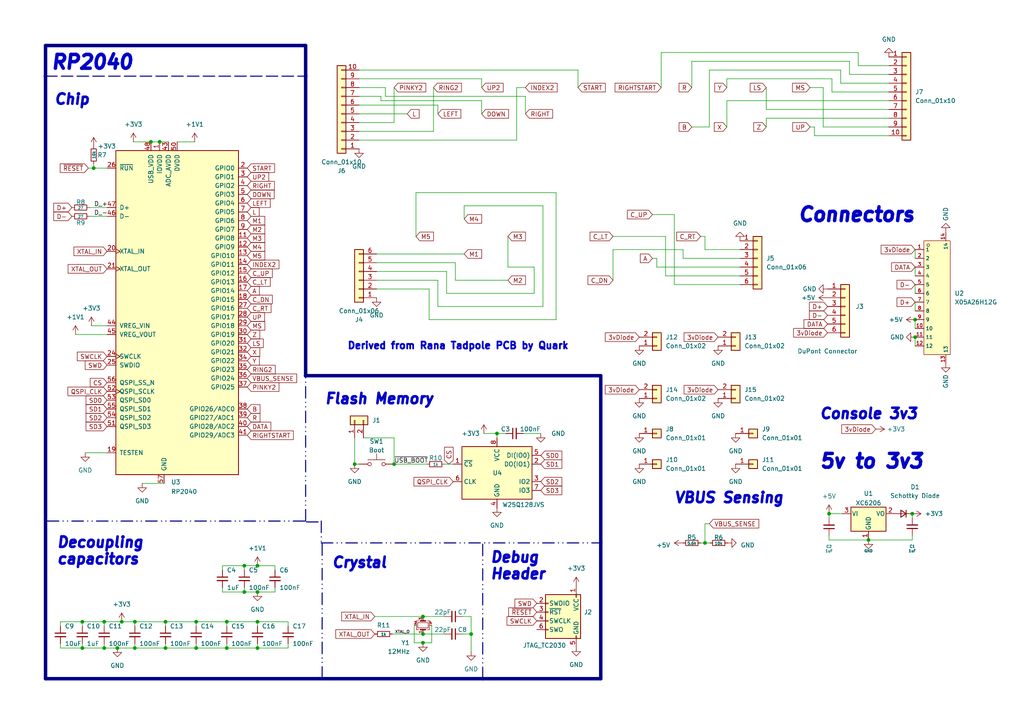
<source format=kicad_sch>
(kicad_sch (version 20230121) (generator eeschema)
  (paper "A4")
  (junction (at 136.652 183.896))
  (junction (at 13.208 22.098))
  (junction (at 122.682 183.896))
  (junction (at 65.786 187.96))
  (junction (at 27.178 48.768))
  (junction (at 70.866 171.704))
  (junction (at 65.786 180.34))
  (junction (at 144.145 125.73))
  (junction (at 122.682 186.436))
  (junction (at 30.226 187.96))
  (junction (at 240.4618 148.9964) (diameter 0.9144))
  (junction (at 43.7708 41.148))
  (junction (at 265.43 92.71))
  (junction (at 140.001 196.85))
  (junction (at 23.876 187.96))
  (junction (at 74.676 171.704))
  (junction (at 46.3108 41.148))
  (junction (at 39.116 187.96))
  (junction (at 264.5918 148.9964))
  (junction (at 23.876 180.34))
  (junction (at 35.306 180.34))
  (junction (at 56.896 187.96))
  (junction (at 265.43 97.79))
  (junction (at 88.646 108.966))
  (junction (at 30.226 180.34))
  (junction (at 74.676 180.34))
  (junction (at 70.866 164.084))
  (junction (at 102.87 134.62))
  (junction (at 174.244 157.4631))
  (junction (at 122.682 178.816))
  (junction (at 34.036 187.96))
  (junction (at 56.896 180.34))
  (junction (at 74.676 164.084))
  (junction (at 251.8918 156.6164) (diameter 0.9144))
  (junction (at 74.676 187.96))
  (junction (at 48.006 180.34))
  (junction (at 88.646 22.098))
  (junction (at 48.006 187.96))
  (junction (at 204.47 157.48))
  (junction (at 39.116 180.34))
  (junction (at 114.3 134.62))
  (wire (pts (xy 236.22 36.83) (xy 236.22 39.37)))
  (wire (pts (xy 34.036 187.96) (xy 39.116 187.96)))
  (wire (pts (xy 152.4 33.02) (xy 152.4 27.94)))
  (wire (pts (xy 251.8918 156.6164) (xy 240.4618 156.6164)))
  (wire (pts (xy 205.74 20.32) (xy 243.84 20.32)))
  (wire (pts (xy 74.676 164.084) (xy 79.756 164.084)))
  (wire (pts (xy 161.29 92.71) (xy 124.46 92.71)))
  (wire (pts (xy 205.74 36.83) (xy 205.74 20.32)))
  (wire (pts (xy 198.12 72.39) (xy 198.12 74.93)))
  (bus (pts (xy 140.001 196.85) (xy 140.001 157.48)) (stroke (width 0) (type dash_dot_dot)))
  (wire (pts (xy 83.566 187.96) (xy 83.566 186.69)))
  (wire (pts (xy 157.48 88.9) (xy 127 88.9)))
  (wire (pts (xy 74.676 187.96) (xy 74.676 186.69)))
  (wire (pts (xy 198.12 74.93) (xy 214.63 74.93)))
  (wire (pts (xy 46.3108 41.148) (xy 48.8508 41.148)))
  (wire (pts (xy 31.0708 97.028) (xy 21.9014 97.028)))
  (wire (pts (xy 64.516 171.704) (xy 70.866 171.704)))
  (bus (pts (xy 88.646 13.208) (xy 88.646 22.098)) (stroke (width 1)))
  (bus (pts (xy 13.208 22.098) (xy 88.646 22.098)) (stroke (width 0) (type dash)))
  (wire (pts (xy 154.94 77.47) (xy 154.94 85.09)))
  (wire (pts (xy 125.73 25.4) (xy 125.73 38.1)))
  (wire (pts (xy 70.866 164.084) (xy 64.516 164.084)))
  (wire (pts (xy 120.142 181.356) (xy 120.142 186.436)))
  (wire (pts (xy 64.516 170.434) (xy 64.516 171.704)))
  (wire (pts (xy 265.43 87.63) (xy 265.43 90.17)))
  (wire (pts (xy 39.116 187.96) (xy 48.006 187.96)))
  (bus (pts (xy 174.244 157.4631) (xy 174.244 157.48)))
  (wire (pts (xy 39.116 187.96) (xy 39.116 186.69)))
  (wire (pts (xy 65.786 187.96) (xy 74.676 187.96)))
  (wire (pts (xy 104.14 35.56) (xy 114.3 35.56)))
  (wire (pts (xy 222.25 31.75) (xy 257.81 31.75)))
  (wire (pts (xy 111.76 25.4) (xy 104.14 25.4)))
  (wire (pts (xy 210.82 22.86) (xy 241.3 22.86)))
  (wire (pts (xy 161.29 55.88) (xy 161.29 92.71)))
  (wire (pts (xy 154.94 85.09) (xy 129.54 85.09)))
  (wire (pts (xy 27.178 48.768) (xy 31.0708 48.768)))
  (bus (pts (xy 13.208 196.85) (xy 140.001 196.85)) (stroke (width 1)))
  (wire (pts (xy 17.526 180.34) (xy 23.876 180.34)))
  (wire (pts (xy 56.896 187.96) (xy 65.786 187.96)))
  (bus (pts (xy 93.1852 151.13) (xy 93.1852 157.4631)) (stroke (width 0) (type dash_dot_dot)))
  (wire (pts (xy 127 88.9) (xy 127 81.28)))
  (bus (pts (xy 174.244 157.4631) (xy 174.244 108.966)) (stroke (width 1)))
  (wire (pts (xy 149.86 40.64) (xy 149.86 25.4)))
  (wire (pts (xy 110.49 29.21) (xy 110.49 27.94)))
  (wire (pts (xy 74.676 187.96) (xy 83.566 187.96)))
  (wire (pts (xy 210.82 29.21) (xy 257.81 29.21)))
  (wire (pts (xy 265.43 97.79) (xy 265.43 100.33)))
  (wire (pts (xy 246.38 17.78) (xy 246.38 21.59)))
  (wire (pts (xy 189.23 62.23) (xy 195.58 62.23)))
  (bus (pts (xy 88.646 151.13) (xy 88.646 108.966)) (stroke (width 0) (type dash_dot_dot)))
  (wire (pts (xy 191.77 15.24) (xy 248.92 15.24)))
  (wire (pts (xy 125.222 181.356) (xy 125.222 186.436)))
  (wire (pts (xy 248.92 15.24) (xy 248.92 19.05)))
  (wire (pts (xy 189.23 74.93) (xy 190.5 74.93)))
  (wire (pts (xy 56.896 180.34) (xy 56.896 181.61)))
  (wire (pts (xy 152.4 27.94) (xy 111.76 27.94)))
  (wire (pts (xy 74.676 164.084) (xy 70.866 164.084)))
  (wire (pts (xy 35.306 180.34) (xy 39.116 180.34)))
  (wire (pts (xy 56.896 186.69) (xy 56.896 187.96)))
  (wire (pts (xy 204.47 68.58) (xy 204.47 72.39)))
  (wire (pts (xy 114.3 127) (xy 114.3 134.62)))
  (bus (pts (xy 93.4392 157.7171) (xy 93.4392 197.104)) (stroke (width 0) (type dash_dot_dot)))
  (bus (pts (xy 13.716 151.13) (xy 88.646 151.13)) (stroke (width 0) (type dash_dot_dot)))
  (wire (pts (xy 56.896 180.34) (xy 65.786 180.34)))
  (wire (pts (xy 74.676 180.34) (xy 83.566 180.34)))
  (wire (pts (xy 26.5242 94.488) (xy 31.0708 94.488)))
  (wire (pts (xy 43.7708 41.148) (xy 46.3108 41.148)))
  (wire (pts (xy 134.112 178.816) (xy 136.652 178.816)))
  (wire (pts (xy 127 81.28) (xy 109.22 81.28)))
  (wire (pts (xy 147.32 81.28) (xy 132.08 81.28)))
  (wire (pts (xy 243.84 20.32) (xy 243.84 24.13)))
  (wire (pts (xy 109.22 76.2) (xy 132.08 76.2)))
  (wire (pts (xy 190.5 74.93) (xy 190.5 77.47)))
  (wire (pts (xy 205.74 151.892) (xy 204.47 151.892)))
  (bus (pts (xy 88.9 151.384) (xy 93.4392 151.384)) (stroke (width 0) (type dash_dot_dot)))
  (wire (pts (xy 240.4618 148.9964) (xy 240.4618 150.2664)))
  (wire (pts (xy 70.866 164.084) (xy 70.866 165.354)))
  (wire (pts (xy 200.66 25.4) (xy 200.66 17.78)))
  (wire (pts (xy 204.47 157.48) (xy 205.9178 157.48)))
  (wire (pts (xy 65.786 180.34) (xy 74.676 180.34)))
  (wire (pts (xy 30.226 180.34) (xy 23.876 180.34)))
  (wire (pts (xy 132.08 81.28) (xy 132.08 76.2)))
  (wire (pts (xy 120.65 55.88) (xy 161.29 55.88)))
  (wire (pts (xy 74.676 171.704) (xy 79.756 171.704)))
  (wire (pts (xy 127 33.02) (xy 127 30.48)))
  (wire (pts (xy 136.652 183.896) (xy 134.112 183.896)))
  (wire (pts (xy 120.142 186.436) (xy 122.682 186.436)))
  (wire (pts (xy 241.3 26.67) (xy 257.81 26.67)))
  (wire (pts (xy 195.58 62.23) (xy 195.58 82.55)))
  (wire (pts (xy 102.87 134.62) (xy 104.14 134.62)))
  (wire (pts (xy 134.62 63.5) (xy 134.62 59.69)))
  (wire (pts (xy 139.7 29.21) (xy 110.49 29.21)))
  (wire (pts (xy 102.87 127) (xy 102.87 134.62)))
  (wire (pts (xy 139.7 22.86) (xy 104.14 22.86)))
  (bus (pts (xy 13.208 13.208) (xy 88.646 13.208)) (stroke (width 1)))
  (wire (pts (xy 30.226 187.96) (xy 34.036 187.96)))
  (wire (pts (xy 105.41 127) (xy 114.3 127)))
  (wire (pts (xy 70.866 170.434) (xy 70.866 171.704)))
  (wire (pts (xy 240.4618 155.3464) (xy 240.4618 156.6164)))
  (wire (pts (xy 265.43 77.47) (xy 265.43 80.01)))
  (wire (pts (xy 51.3908 41.148) (xy 56.4708 41.148)))
  (wire (pts (xy 48.006 180.34) (xy 48.006 181.61)))
  (wire (pts (xy 104.14 30.48) (xy 127 30.48)))
  (wire (pts (xy 238.76 36.83) (xy 257.81 36.83)))
  (wire (pts (xy 17.526 181.61) (xy 17.526 180.34)))
  (bus (pts (xy 13.208 22.098) (xy 13.208 196.85)) (stroke (width 1)))
  (wire (pts (xy 128.905 134.62) (xy 131.445 134.62)))
  (wire (pts (xy 191.77 25.4) (xy 191.77 15.24)))
  (wire (pts (xy 124.46 92.71) (xy 124.46 83.82)))
  (wire (pts (xy 140.335 125.73) (xy 144.145 125.73)))
  (wire (pts (xy 265.43 72.39) (xy 265.43 74.93)))
  (wire (pts (xy 222.25 36.83) (xy 222.25 34.29)))
  (wire (pts (xy 108.712 178.816) (xy 122.682 178.816)))
  (bus (pts (xy 93.1852 157.4631) (xy 174.244 157.4631)) (stroke (width 0) (type dash_dot_dot)))
  (wire (pts (xy 236.22 39.37) (xy 257.81 39.37)))
  (wire (pts (xy 114.3 25.4) (xy 114.3 35.56)))
  (wire (pts (xy 25.94 62.738) (xy 31.0708 62.738)))
  (wire (pts (xy 30.226 180.34) (xy 35.306 180.34)))
  (wire (pts (xy 65.786 186.69) (xy 65.786 187.96)))
  (wire (pts (xy 129.54 78.74) (xy 109.22 78.74)))
  (wire (pts (xy 125.222 186.436) (xy 122.682 186.436)))
  (wire (pts (xy 200.66 36.83) (xy 205.74 36.83)))
  (wire (pts (xy 48.006 187.96) (xy 48.006 186.69)))
  (wire (pts (xy 48.006 187.96) (xy 56.896 187.96)))
  (wire (pts (xy 248.92 19.05) (xy 257.81 19.05)))
  (wire (pts (xy 109.22 73.66) (xy 134.62 73.66)))
  (wire (pts (xy 234.95 36.83) (xy 236.22 36.83)))
  (wire (pts (xy 177.8 72.39) (xy 198.12 72.39)))
  (wire (pts (xy 129.54 85.09) (xy 129.54 78.74)))
  (wire (pts (xy 167.64 25.4) (xy 167.64 20.32)))
  (wire (pts (xy 136.652 183.896) (xy 136.652 188.976)))
  (wire (pts (xy 27.178 47.498) (xy 27.178 48.768)))
  (wire (pts (xy 38.6908 41.148) (xy 43.7708 41.148)))
  (wire (pts (xy 190.5 77.47) (xy 214.63 77.47)))
  (wire (pts (xy 129.032 183.896) (xy 122.682 183.896)))
  (wire (pts (xy 210.82 36.83) (xy 210.82 29.21)))
  (wire (pts (xy 39.116 180.34) (xy 48.006 180.34)))
  (wire (pts (xy 241.3 22.86) (xy 241.3 26.67)))
  (wire (pts (xy 17.526 187.96) (xy 23.876 187.96)))
  (bus (pts (xy 174.244 196.85) (xy 174.244 157.4631)) (stroke (width 1)))
  (wire (pts (xy 144.145 125.73) (xy 146.685 125.73)))
  (wire (pts (xy 79.756 171.704) (xy 79.756 170.434)))
  (wire (pts (xy 23.876 187.96) (xy 30.226 187.96)))
  (wire (pts (xy 151.765 125.73) (xy 156.845 125.73)))
  (wire (pts (xy 203.2 68.58) (xy 204.47 68.58)))
  (wire (pts (xy 139.7 33.02) (xy 139.7 29.21)))
  (wire (pts (xy 177.8 81.28) (xy 177.8 72.39)))
  (bus (pts (xy 88.646 108.966) (xy 174.244 108.966)) (stroke (width 1)))
  (wire (pts (xy 41.2308 140.208) (xy 47.5808 140.208)))
  (bus (pts (xy 140.001 196.85) (xy 174.244 196.85)) (stroke (width 1)))
  (wire (pts (xy 23.876 180.34) (xy 23.876 181.61)))
  (wire (pts (xy 147.32 77.47) (xy 154.94 77.47)))
  (wire (pts (xy 193.04 68.58) (xy 193.04 80.01)))
  (wire (pts (xy 210.82 25.4) (xy 210.82 22.86)))
  (wire (pts (xy 24.7208 131.318) (xy 31.0708 131.318)))
  (wire (pts (xy 39.116 180.34) (xy 39.116 181.61)))
  (wire (pts (xy 251.8918 156.6164) (xy 264.5918 156.6164)))
  (wire (pts (xy 110.49 27.94) (xy 104.14 27.94)))
  (wire (pts (xy 204.47 151.892) (xy 204.47 157.48)))
  (wire (pts (xy 222.25 34.29) (xy 257.81 34.29)))
  (wire (pts (xy 246.38 21.59) (xy 257.81 21.59)))
  (wire (pts (xy 240.4618 148.9964) (xy 244.2718 148.9964)))
  (wire (pts (xy 65.786 180.34) (xy 65.786 181.61)))
  (wire (pts (xy 79.756 164.084) (xy 79.756 165.354)))
  (wire (pts (xy 64.516 164.084) (xy 64.516 165.354)))
  (bus (pts (xy 13.208 13.208) (xy 13.208 22.098)) (stroke (width 1)))
  (wire (pts (xy 157.48 59.69) (xy 157.48 88.9)))
  (bus (pts (xy 88.646 22.098) (xy 88.646 108.966)) (stroke (width 1)))
  (wire (pts (xy 234.95 25.4) (xy 238.76 25.4)))
  (wire (pts (xy 120.65 68.58) (xy 120.65 55.88)))
  (wire (pts (xy 30.226 186.69) (xy 30.226 187.96)))
  (wire (pts (xy 144.145 125.73) (xy 144.145 127)))
  (wire (pts (xy 83.566 180.34) (xy 83.566 181.61)))
  (wire (pts (xy 104.14 33.02) (xy 118.11 33.02)))
  (wire (pts (xy 70.866 171.704) (xy 74.676 171.704)))
  (wire (pts (xy 243.84 24.13) (xy 257.81 24.13)))
  (wire (pts (xy 177.8 68.58) (xy 193.04 68.58)))
  (wire (pts (xy 134.62 59.69) (xy 157.48 59.69)))
  (wire (pts (xy 222.25 25.4) (xy 222.25 31.75)))
  (wire (pts (xy 265.43 92.71) (xy 265.43 95.25)))
  (wire (pts (xy 195.58 82.55) (xy 214.63 82.55)))
  (wire (pts (xy 193.04 80.01) (xy 214.63 80.01)))
  (wire (pts (xy 122.682 183.896) (xy 113.792 183.896)))
  (wire (pts (xy 111.76 27.94) (xy 111.76 25.4)))
  (wire (pts (xy 139.7 25.4) (xy 139.7 22.86)))
  (wire (pts (xy 104.14 40.64) (xy 149.86 40.64)))
  (wire (pts (xy 17.526 186.69) (xy 17.526 187.96)))
  (wire (pts (xy 74.676 180.34) (xy 74.676 181.61)))
  (wire (pts (xy 23.876 186.69) (xy 23.876 187.96)))
  (wire (pts (xy 200.66 17.78) (xy 246.38 17.78)))
  (wire (pts (xy 152.4 25.4) (xy 149.86 25.4)))
  (wire (pts (xy 167.64 20.32) (xy 104.14 20.32)))
  (wire (pts (xy 238.76 25.4) (xy 238.76 36.83)))
  (wire (pts (xy 265.43 82.55) (xy 265.43 85.09)))
  (wire (pts (xy 125.73 38.1) (xy 104.14 38.1)))
  (wire (pts (xy 147.32 68.58) (xy 147.32 77.47)))
  (wire (pts (xy 114.3 134.62) (xy 123.825 134.62)))
  (wire (pts (xy 48.006 180.34) (xy 56.896 180.34)))
  (wire (pts (xy 129.032 178.816) (xy 122.682 178.816)))
  (wire (pts (xy 25.6351 48.768) (xy 27.178 48.768)))
  (wire (pts (xy 264.5918 150.241) (xy 264.5918 148.9964)))
  (wire (pts (xy 124.46 83.82) (xy 109.22 83.82)))
  (wire (pts (xy 136.652 178.816) (xy 136.652 183.896)))
  (wire (pts (xy 264.5918 155.321) (xy 264.5918 156.6164)))
  (wire (pts (xy 203.2 157.48) (xy 204.47 157.48)))
  (wire (pts (xy 25.94 60.198) (xy 31.0708 60.198)))
  (wire (pts (xy 30.226 180.34) (xy 30.226 181.61)))
  (wire (pts (xy 204.47 72.39) (xy 214.63 72.39)))
  (text "Derived from Rana Tadpole PCB by Quark" (at 165.1 101.6 0) (effects (font (size 2 2) (thickness 0.8) bold) (justify right bottom)))
  (text "Console 3v3" (at 237.49 121.92 0) (effects (font (size 3 3) (thickness 2) bold italic) (justify left bottom)))
  (text "5v to 3v3" (at 237.4138 136.2964 0) (effects (font (size 4 4) (thickness 2) bold italic) (justify left bottom)))
  (text "Decoupling\ncapacitors" (at 16.256 164.084 0) (effects (font (size 3 3) (thickness 2) bold italic) (justify left bottom)))
  (text "Flash Memory" (at 93.98 117.602 0) (effects (font (size 3 3) (thickness 2) bold italic) (justify left bottom)))
  (text "Crystal" (at 96.012 165.1 0) (effects (font (size 3 3) (thickness 2) bold italic) (justify left bottom)))
  (text "Chip" (at 15.494 30.734 0) (effects (font (size 3 3) (thickness 2) bold italic) (justify left bottom)))
  (text "Connectors" (at 231.14 64.77 0) (effects (font (size 4 4) (thickness 2) bold italic) (justify left bottom)))
  (text "Debug\nHeader" (at 141.986 168.402 0) (effects (font (size 3 3) (thickness 2) bold italic) (justify left bottom)))
  (text "VBUS Sensing" (at 195.326 146.304 0) (effects (font (size 3 3) (thickness 2) bold italic) (justify left bottom)))
  (text "RP2040" (at 14.478 20.574 0) (effects (font (size 4 4) (thickness 2) bold italic) (justify left bottom)))
  (label "D_+" (at 27.2608 60.198 0))
  (label "~{USB_BOOT}" (at 114.3 134.62 0))
  (label "D_-" (at 27.2608 62.738 0))
  (label "XTAL_O" (at 118.872 183.896 180) (effects (font (size 0.8 0.8))))
  (global_label "SWD" (shape input) (at 31.0708 105.918 180) (property "Intersheetrefs" "${INTERSHEET_REFS}" (effects hide)))
  (global_label "DATA" (shape input) (at 265.43 77.47 180) (property "Intersheetrefs" "${INTERSHEET_REFS}" (effects hide)))
  (global_label "R" (shape input) (at 71.7108 121.158 0) (property "Intersheetrefs" "${INTERSHEET_REFS}" (effects hide)))
  (global_label "M4" (shape input) (at 134.62 63.5 0) (property "Intersheetrefs" "${INTERSHEET_REFS}" (effects hide)))
  (global_label "C_RT" (shape input) (at 71.7108 89.408 0) (property "Intersheetrefs" "${INTERSHEET_REFS}" (effects hide)))
  (global_label "QSPI_CLK" (shape input) (at 131.445 139.7 180) (property "Intersheetrefs" "${INTERSHEET_REFS}" (effects hide)))
  (global_label "C_LT" (shape input) (at 177.8 68.58 180) (property "Intersheetrefs" "${INTERSHEET_REFS}" (effects hide)))
  (global_label "MS" (shape input) (at 234.95 25.4 180) (property "Intersheetrefs" "${INTERSHEET_REFS}" (effects hide)))
  (global_label "A" (shape input) (at 71.7108 84.328 0) (property "Intersheetrefs" "${INTERSHEET_REFS}" (effects hide)))
  (global_label "CS" (shape input) (at 130.175 134.62 90) (property "Intersheetrefs" "${INTERSHEET_REFS}" (effects hide)))
  (global_label "Y" (shape input) (at 210.82 25.4 180) (property "Intersheetrefs" "${INTERSHEET_REFS}" (effects hide)))
  (global_label "M4" (shape input) (at 71.7108 71.628 0) (property "Intersheetrefs" "${INTERSHEET_REFS}" (effects hide)))
  (global_label "M2" (shape input) (at 71.7108 66.548 0) (property "Intersheetrefs" "${INTERSHEET_REFS}" (effects hide)))
  (global_label "DOWN" (shape input) (at 71.7108 56.388 0) (property "Intersheetrefs" "${INTERSHEET_REFS}" (effects hide)))
  (global_label "3vDiode" (shape input) (at 265.43 72.39 180) (property "Intersheetrefs" "${INTERSHEET_REFS}" (effects hide)))
  (global_label "3vDiode" (shape input) (at 185.42 97.79 180) (property "Intersheetrefs" "${INTERSHEET_REFS}" (effects hide)))
  (global_label "X" (shape input) (at 210.82 36.83 180) (property "Intersheetrefs" "${INTERSHEET_REFS}" (effects hide)))
  (global_label "Y" (shape input) (at 71.7108 104.648 0) (property "Intersheetrefs" "${INTERSHEET_REFS}" (effects hide)))
  (global_label "B" (shape input) (at 71.7108 118.618 0) (property "Intersheetrefs" "${INTERSHEET_REFS}" (effects hide)))
  (global_label "DOWN" (shape input) (at 139.7 33.02 0) (property "Intersheetrefs" "${INTERSHEET_REFS}" (effects hide)))
  (global_label "M3" (shape input) (at 71.7108 69.088 0) (property "Intersheetrefs" "${INTERSHEET_REFS}" (effects hide)))
  (global_label "M3" (shape input) (at 147.32 68.58 0) (property "Intersheetrefs" "${INTERSHEET_REFS}" (effects hide)))
  (global_label "SD3" (shape input) (at 156.845 142.24 0) (property "Intersheetrefs" "${INTERSHEET_REFS}" (effects hide)))
  (global_label "PINKY2" (shape input) (at 114.3 25.4 0) (property "Intersheetrefs" "${INTERSHEET_REFS}" (effects hide)))
  (global_label "MS" (shape input) (at 71.7108 94.488 0) (property "Intersheetrefs" "${INTERSHEET_REFS}" (effects hide)))
  (global_label "XTAL_IN" (shape input) (at 31.0708 72.898 180) (property "Intersheetrefs" "${INTERSHEET_REFS}" (effects hide)))
  (global_label "LS" (shape input) (at 222.25 25.4 180) (property "Intersheetrefs" "${INTERSHEET_REFS}" (effects hide)))
  (global_label "R" (shape input) (at 200.66 25.4 180) (property "Intersheetrefs" "${INTERSHEET_REFS}" (effects hide)))
  (global_label "QSPI_CLK" (shape input) (at 31.0708 113.538 180) (property "Intersheetrefs" "${INTERSHEET_REFS}" (effects hide)))
  (global_label "C_DN" (shape input) (at 177.8 81.28 180) (property "Intersheetrefs" "${INTERSHEET_REFS}" (effects hide)))
  (global_label "C_LT" (shape input) (at 71.7108 81.788 0) (property "Intersheetrefs" "${INTERSHEET_REFS}" (effects hide)))
  (global_label "DATA" (shape input) (at 240.03 93.98 180) (property "Intersheetrefs" "${INTERSHEET_REFS}" (effects hide)))
  (global_label "3vDiode" (shape input) (at 240.03 96.52 180) (property "Intersheetrefs" "${INTERSHEET_REFS}" (effects hide)))
  (global_label "M2" (shape input) (at 147.32 81.28 0) (property "Intersheetrefs" "${INTERSHEET_REFS}" (effects hide)))
  (global_label "DATA" (shape input) (at 71.7108 123.698 0) (property "Intersheetrefs" "${INTERSHEET_REFS}" (effects hide)))
  (global_label "C_RT" (shape input) (at 203.2 68.58 180) (property "Intersheetrefs" "${INTERSHEET_REFS}" (effects hide)))
  (global_label "START" (shape input) (at 167.64 25.4 0) (property "Intersheetrefs" "${INTERSHEET_REFS}" (effects hide)))
  (global_label "3vDiode" (shape input) (at 208.28 97.79 180) (property "Intersheetrefs" "${INTERSHEET_REFS}" (effects hide)))
  (global_label "D-" (shape input) (at 20.86 62.738 180) (property "Intersheetrefs" "${INTERSHEET_REFS}" (effects hide)))
  (global_label "RIGHT" (shape input) (at 71.7108 53.848 0) (property "Intersheetrefs" "${INTERSHEET_REFS}" (effects hide)))
  (global_label "D+" (shape input) (at 240.03 88.9 180) (property "Intersheetrefs" "${INTERSHEET_REFS}" (effects hide)))
  (global_label "VBUS_SENSE" (shape input) (at 71.7108 109.728 0) (property "Intersheetrefs" "${INTERSHEET_REFS}" (effects hide)))
  (global_label "CS" (shape input) (at 31.0708 110.998 180) (property "Intersheetrefs" "${INTERSHEET_REFS}" (effects hide)))
  (global_label "VBUS_SENSE" (shape input) (at 205.74 151.892 0) (property "Intersheetrefs" "${INTERSHEET_REFS}" (effects hide)))
  (global_label "RIGHTSTART" (shape input) (at 71.7108 126.238 0) (property "Intersheetrefs" "${INTERSHEET_REFS}" (effects hide)))
  (global_label "SD3" (shape input) (at 31.0708 123.698 180) (property "Intersheetrefs" "${INTERSHEET_REFS}" (effects hide)))
  (global_label "XTAL_OUT" (shape input) (at 108.712 183.896 180) (property "Intersheetrefs" "${INTERSHEET_REFS}" (effects hide)))
  (global_label "SD0" (shape input) (at 156.845 132.08 0) (property "Intersheetrefs" "${INTERSHEET_REFS}" (effects hide)))
  (global_label "START" (shape input) (at 71.7108 48.768 0) (property "Intersheetrefs" "${INTERSHEET_REFS}" (effects hide)))
  (global_label "SWCLK" (shape input) (at 31.0708 103.378 180) (property "Intersheetrefs" "${INTERSHEET_REFS}" (effects hide)))
  (global_label "RIGHTSTART" (shape input) (at 191.77 25.4 180) (property "Intersheetrefs" "${INTERSHEET_REFS}" (effects hide)))
  (global_label "RING2" (shape input) (at 71.7108 107.188 0) (property "Intersheetrefs" "${INTERSHEET_REFS}" (effects hide)))
  (global_label "SD1" (shape input) (at 31.0708 118.618 180) (property "Intersheetrefs" "${INTERSHEET_REFS}" (effects hide)))
  (global_label "UP" (shape input) (at 234.95 36.83 180) (property "Intersheetrefs" "${INTERSHEET_REFS}" (effects hide)))
  (global_label "UP2" (shape input) (at 71.7108 51.308 0) (property "Intersheetrefs" "${INTERSHEET_REFS}" (effects hide)))
  (global_label "SD2" (shape input) (at 156.845 139.7 0) (property "Intersheetrefs" "${INTERSHEET_REFS}" (effects hide)))
  (global_label "LS" (shape input) (at 71.7108 99.568 0) (property "Intersheetrefs" "${INTERSHEET_REFS}" (effects hide)))
  (global_label "SWD" (shape input) (at 155.702 175.006 180) (property "Intersheetrefs" "${INTERSHEET_REFS}" (effects hide)))
  (global_label "C_UP" (shape input) (at 189.23 62.23 180) (property "Intersheetrefs" "${INTERSHEET_REFS}" (effects hide)))
  (global_label "INDEX2" (shape input) (at 71.7108 76.708 0) (property "Intersheetrefs" "${INTERSHEET_REFS}" (effects hide)))
  (global_label "XTAL_OUT" (shape input) (at 31.0708 77.978 180) (property "Intersheetrefs" "${INTERSHEET_REFS}" (effects hide)))
  (global_label "L" (shape input) (at 71.7108 61.468 0) (property "Intersheetrefs" "${INTERSHEET_REFS}" (effects hide)))
  (global_label "LEFT" (shape input) (at 127 33.02 0) (property "Intersheetrefs" "${INTERSHEET_REFS}" (effects hide)))
  (global_label "SD1" (shape input) (at 156.845 134.62 0) (property "Intersheetrefs" "${INTERSHEET_REFS}" (effects hide)))
  (global_label "C_DN" (shape input) (at 71.7108 86.868 0) (property "Intersheetrefs" "${INTERSHEET_REFS}" (effects hide)))
  (global_label "SD2" (shape input) (at 31.0708 121.158 180) (property "Intersheetrefs" "${INTERSHEET_REFS}" (effects hide)))
  (global_label "D+" (shape input) (at 20.86 60.198 180) (property "Intersheetrefs" "${INTERSHEET_REFS}" (effects hide)))
  (global_label "M1" (shape input) (at 134.62 73.66 0) (property "Intersheetrefs" "${INTERSHEET_REFS}" (effects hide)))
  (global_label "C_UP" (shape input) (at 71.7108 79.248 0) (property "Intersheetrefs" "${INTERSHEET_REFS}" (effects hide)))
  (global_label "M5" (shape input) (at 71.7108 74.168 0) (property "Intersheetrefs" "${INTERSHEET_REFS}" (effects hide)))
  (global_label "3vDiode" (shape input) (at 185.42 113.03 180) (property "Intersheetrefs" "${INTERSHEET_REFS}" (effects hide)))
  (global_label "UP2" (shape input) (at 139.7 25.4 0) (property "Intersheetrefs" "${INTERSHEET_REFS}" (effects hide)))
  (global_label "XTAL_IN" (shape input) (at 108.712 178.816 180) (property "Intersheetrefs" "${INTERSHEET_REFS}" (effects hide)))
  (global_label "~{RESET}" (shape input) (at 155.702 177.546 180) (property "Intersheetrefs" "${INTERSHEET_REFS}" (effects hide)))
  (global_label "A" (shape input) (at 189.23 74.93 180) (property "Intersheetrefs" "${INTERSHEET_REFS}" (effects hide)))
  (global_label "L" (shape input) (at 118.11 33.02 0) (property "Intersheetrefs" "${INTERSHEET_REFS}" (effects hide)))
  (global_label "Z" (shape input) (at 71.7108 97.028 0) (property "Intersheetrefs" "${INTERSHEET_REFS}" (effects hide)))
  (global_label "PINKY2" (shape input) (at 71.7108 112.268 0) (property "Intersheetrefs" "${INTERSHEET_REFS}" (effects hide)))
  (global_label "RING2" (shape input) (at 125.73 25.4 0) (property "Intersheetrefs" "${INTERSHEET_REFS}" (effects hide)))
  (global_label "Z" (shape input) (at 222.25 36.83 180) (property "Intersheetrefs" "${INTERSHEET_REFS}" (effects hide)))
  (global_label "3vDiode" (shape input) (at 254 124.46 180) (property "Intersheetrefs" "${INTERSHEET_REFS}" (effects hide)))
  (global_label "B" (shape input) (at 200.66 36.83 180) (property "Intersheetrefs" "${INTERSHEET_REFS}" (effects hide)))
  (global_label "LEFT" (shape input) (at 71.7108 58.928 0) (property "Intersheetrefs" "${INTERSHEET_REFS}" (effects hide)))
  (global_label "D-" (shape input) (at 265.43 82.55 180) (property "Intersheetrefs" "${INTERSHEET_REFS}" (effects hide)))
  (global_label "M1" (shape input) (at 71.7108 64.008 0) (property "Intersheetrefs" "${INTERSHEET_REFS}" (effects hide)))
  (global_label "D-" (shape input) (at 240.03 91.44 180) (property "Intersheetrefs" "${INTERSHEET_REFS}" (effects hide)))
  (global_label "D+" (shape input) (at 265.43 87.63 180) (property "Intersheetrefs" "${INTERSHEET_REFS}" (effects hide)))
  (global_label "UP" (shape input) (at 71.7108 91.948 0) (property "Intersheetrefs" "${INTERSHEET_REFS}" (effects hide)))
  (global_label "SWCLK" (shape input) (at 155.702 180.086 180) (property "Intersheetrefs" "${INTERSHEET_REFS}" (effects hide)))
  (global_label "3vDiode" (shape input) (at 208.28 113.03 180) (property "Intersheetrefs" "${INTERSHEET_REFS}" (effects hide)))
  (global_label "SD0" (shape input) (at 31.0708 116.078 180) (property "Intersheetrefs" "${INTERSHEET_REFS}" (effects hide)))
  (global_label "~{RESET}" (shape input) (at 25.6351 48.768 180) (property "Intersheetrefs" "${INTERSHEET_REFS}" (effects hide)))
  (global_label "INDEX2" (shape input) (at 152.4 25.4 0) (property "Intersheetrefs" "${INTERSHEET_REFS}" (effects hide)))
  (global_label "RIGHT" (shape input) (at 152.4 33.02 0) (property "Intersheetrefs" "${INTERSHEET_REFS}" (effects hide)))
  (global_label "M5" (shape input) (at 120.65 68.58 0) (property "Intersheetrefs" "${INTERSHEET_REFS}" (effects hide)))
  (global_label "X" (shape input) (at 71.7108 102.108 0) (property "Intersheetrefs" "${INTERSHEET_REFS}" (effects hide)))
  (symbol (lib_id "Device:C_Small") (at 56.896 184.15 0) (unit 1)
    (property "Reference" "C14" (at 58.166 181.6099 0) (effects (justify left)))
    (property "Value" "100nF" (at 58.166 186.6899 0) (effects (justify left)))
    (property "Footprint" "Capacitor_SMD:C_0402_1005Metric" (effects hide))
    (property "LCSC" "C1525" (effects hide))
  )
  (symbol (lib_id "Device:C_Small") (at 65.786 184.15 0) (unit 1)
    (property "Reference" "C15" (at 67.056 181.6099 0) (effects (justify left)))
    (property "Value" "100nF" (at 67.056 186.6899 0) (effects (justify left)))
    (property "Footprint" "Capacitor_SMD:C_0402_1005Metric" (effects hide))
    (property "LCSC" "C1525" (effects hide))
  )
  (symbol (lib_id "Device:C_Small") (at 70.866 167.894 0) (unit 1)
    (property "Reference" "C5" (at 72.136 165.3539 0) (effects (justify left)))
    (property "Value" "100nF" (at 72.136 170.4339 0) (effects (justify left)))
    (property "Footprint" "Capacitor_SMD:C_0402_1005Metric" (effects hide))
    (property "LCSC" "C1525" (effects hide))
  )
  (symbol (lib_name "GND_1") (lib_id "power:GND") (at 274.32 67.31 180) (unit 1)
    (property "Reference" "#PWR053" (effects hide))
    (property "Value" "GND" (at 274.32 64.135 90) (effects (justify right)))
  )
  (symbol (lib_id "Device:C_Small") (at 83.566 184.15 0) (unit 1)
    (property "Reference" "C17" (at 84.836 181.6099 0) (effects (justify left)))
    (property "Value" "100nF" (at 84.836 186.6899 0) (effects (justify left)))
    (property "Footprint" "Capacitor_SMD:C_0402_1005Metric" (effects hide))
    (property "LCSC" "C1525" (effects hide))
  )
  (symbol (lib_id "Device:C_Small") (at 131.572 178.816 270) (mirror x) (unit 1)
    (property "Reference" "C7" (at 134.112 177.546 90))
    (property "Value" "22pF" (at 128.397 177.546 90))
    (property "Footprint" "Capacitor_SMD:C_0402_1005Metric" (effects hide))
    (property "LCSC" "C1555" (effects hide))
  )
  (symbol (lib_id "Connector_Generic:Conn_01x02") (at 102.87 121.92 90) (unit 1) (in_bom no)
    (property "Reference" "J1" (at 107.95 121.92 90) (effects (justify right)))
    (property "Value" "Conn_01x02" (effects hide))
    (property "Footprint" "Connector_PinHeader_2.54mm:PinHeader_1x02_P2.54mm_Vertical" (effects hide))
  )
  (symbol (lib_id "power:+3V3") (at 38.6908 41.148 0) (unit 1)
    (property "Reference" "#PWR02" (effects hide))
    (property "Value" "+3V3" (at 38.6908 36.068 0))
  )
  (symbol (lib_id "Device:C_Small") (at 131.572 183.896 270) (mirror x) (unit 1)
    (property "Reference" "C8" (at 134.112 182.626 90))
    (property "Value" "22pF" (at 128.397 182.626 90))
    (property "Footprint" "Capacitor_SMD:C_0402_1005Metric" (effects hide))
    (property "LCSC" "C1555" (effects hide))
  )
  (symbol (lib_name "GND_10") (lib_id "power:GND") (at 208.28 115.57 0) (unit 1)
    (property "Reference" "#PWR041" (effects hide))
    (property "Value" "GND" (at 208.28 120.65 0))
  )
  (symbol (lib_name "GND_5") (lib_id "power:GND") (at 257.81 16.51 180) (unit 1)
    (property "Reference" "#PWR07" (effects hide))
    (property "Value" "GND" (at 257.81 11.43 0))
  )
  (symbol (lib_id "Connector_Generic:Conn_01x02") (at 190.5 115.57 0) (mirror x) (unit 1) (in_bom no)
    (property "Reference" "J14" (at 193.04 113.03 0) (effects (justify left)))
    (property "Value" "Conn_01x02" (at 193.04 115.57 0) (effects (justify left)))
    (property "Footprint" "Connector_PinHeader_2.00mm:PinHeader_1x02_P2.00mm_Vertical" (effects hide))
  )
  (symbol (lib_name "GND_4") (lib_id "power:GND") (at 214.63 69.85 0) (mirror x) (unit 1)
    (property "Reference" "#PWR06" (effects hide))
    (property "Value" "GND" (at 214.63 64.77 0))
  )
  (symbol (lib_name "GND_10") (lib_id "power:GND") (at 185.42 100.33 0) (unit 1)
    (property "Reference" "#PWR034" (effects hide))
    (property "Value" "GND" (at 185.42 105.41 0))
  )
  (symbol (lib_name "GND_1") (lib_id "power:GND") (at 265.43 97.79 270) (unit 1)
    (property "Reference" "#PWR052" (effects hide))
    (property "Value" "GND" (at 262.255 97.79 90) (effects (justify right)))
  )
  (symbol (lib_name "GND_1") (lib_id "power:GND") (at 240.03 83.82 270) (unit 1)
    (property "Reference" "#PWR049" (effects hide))
    (property "Value" "GND" (at 236.855 83.82 90) (effects (justify right)))
  )
  (symbol (lib_id "Sleep-lib:RP2040") (at 51.3908 91.948 0) (unit 1)
    (property "Reference" "U3" (at 49.6002 139.8175 0) (effects (justify left)))
    (property "Value" "RP2040" (at 49.6002 142.5926 0) (effects (justify left)))
    (property "Footprint" "qw-footprints:RP2040-QFN-56" (effects hide))
    (property "Datasheet" "https://datasheets.raspberrypi.com/rp2040/rp2040-datasheet.pdf" (effects hide))
    (property "LCSC" "C2040" (effects hide))
  )
  (symbol (lib_id "power:GND") (at 156.845 125.73 0) (unit 1)
    (property "Reference" "#PWR016" (effects hide))
    (property "Value" "GND" (at 161.925 125.73 0))
  )
  (symbol (lib_id "power:+5V") (at 240.03 86.36 90) (unit 1)
    (property "Reference" "#PWR050" (effects hide))
    (property "Value" "+5V" (at 236.474 86.36 90) (effects (justify left)))
  )
  (symbol (lib_id "power:GND") (at 251.8918 156.6164 0) (unit 1)
    (property "Reference" "#PWR011" (effects hide))
    (property "Value" "GND" (at 251.8918 159.7914 0) (effects (font (size 0.762 0.762))))
  )
  (symbol (lib_name "GND_10") (lib_id "power:GND") (at 185.42 115.57 0) (unit 1)
    (property "Reference" "#PWR039" (effects hide))
    (property "Value" "GND" (at 185.42 120.65 0))
  )
  (symbol (lib_id "Device:R_Small") (at 23.4 60.198 90) (unit 1)
    (property "Reference" "R8" (at 23.4 58.6486 90))
    (property "Value" "27" (at 23.4 60.2996 90) (effects (font (size 0.8 0.8))))
    (property "Footprint" "Resistor_SMD:R_0603_1608Metric" (effects hide))
    (property "LCSC" "C25190" (effects hide))
  )
  (symbol (lib_id "power:GND") (at 122.682 186.436 0) (mirror y) (unit 1)
    (property "Reference" "#PWR028" (effects hide))
    (property "Value" "GND" (at 122.682 191.516 0))
  )
  (symbol (lib_id "power:GND") (at 210.9978 157.48 90) (unit 1)
    (property "Reference" "#PWR023" (effects hide))
    (property "Value" "GND" (at 214.8078 158.115 90) (effects (justify right)))
  )
  (symbol (lib_id "Device:C_Small") (at 23.876 184.15 0) (unit 1)
    (property "Reference" "C10" (at 25.146 181.6099 0) (effects (justify left)))
    (property "Value" "1uF" (at 25.146 186.6899 0) (effects (justify left)))
    (property "Footprint" "Capacitor_SMD:C_0402_1005Metric" (effects hide))
    (property "LCSC" "C52923" (effects hide))
  )
  (symbol (lib_id "Device:C_Small") (at 48.006 184.15 0) (unit 1)
    (property "Reference" "C13" (at 49.276 181.6099 0) (effects (justify left)))
    (property "Value" "100nF" (at 49.276 186.6899 0) (effects (justify left)))
    (property "Footprint" "Capacitor_SMD:C_0402_1005Metric" (effects hide))
    (property "LCSC" "C1525" (effects hide))
  )
  (symbol (lib_id "Connector_Generic:Conn_01x01") (at 190.5 134.62 0) (unit 1) (in_bom no)
    (property "Reference" "J10" (at 193.04 133.35 0) (effects (justify left)))
    (property "Value" "Conn_01x01" (at 193.04 135.89 0) (effects (justify left)))
    (property "Footprint" "MountingHole:MountingHole_3.2mm_M3_ISO14580_Pad_TopBottom" (effects hide))
  )
  (symbol (lib_id "power:+1V1") (at 21.9014 97.028 0) (unit 1)
    (property "Reference" "#PWR012" (effects hide))
    (property "Value" "+1V1" (at 21.9014 91.948 0))
  )
  (symbol (lib_name "GND_8") (lib_id "power:GND") (at 213.36 134.62 0) (unit 1)
    (property "Reference" "#PWR032" (effects hide))
    (property "Value" "GND" (at 213.36 139.7 0))
  )
  (symbol (lib_id "Connector_Generic:Conn_01x02") (at 190.5 100.33 0) (mirror x) (unit 1) (in_bom no)
    (property "Reference" "J12" (at 193.04 97.79 0) (effects (justify left)))
    (property "Value" "Conn_01x02" (at 193.04 100.33 0) (effects (justify left)))
    (property "Footprint" "Connector_PinHeader_2.00mm:PinHeader_1x02_P2.00mm_Vertical" (effects hide))
  )
  (symbol (lib_id "Device:R_Small") (at 208.4578 157.48 90) (unit 1)
    (property "Reference" "R6" (at 209.7949 155.9071 90) (effects (justify left)))
    (property "Value" "10k" (at 209.5918 157.5916 90) (effects (font (size 0.8 0.8)) (justify left)))
    (property "Footprint" "Resistor_SMD:R_0603_1608Metric" (effects hide))
    (property "LCSC" "C25804" (effects hide))
  )
  (symbol (lib_id "power:+5V") (at 265.43 92.71 90) (unit 1)
    (property "Reference" "#PWR051" (effects hide))
    (property "Value" "+5V" (at 261.874 92.71 90) (effects (justify left)))
  )
  (symbol (lib_id "Device:R_Small") (at 27.178 44.958 0) (unit 1)
    (property "Reference" "R7" (at 28.2449 44.958 0) (effects (justify left)))
    (property "Value" "10k" (at 27.2543 46.0756 90) (effects (font (size 0.8 0.8)) (justify left)))
    (property "Footprint" "Resistor_SMD:R_0402_1005Metric" (effects hide))
    (property "LCSC" "C25744" (effects hide))
  )
  (symbol (lib_id "power:+3V3") (at 35.306 180.34 0) (unit 1)
    (property "Reference" "#PWR027" (effects hide))
    (property "Value" "+3V3" (at 35.306 175.26 0))
  )
  (symbol (lib_name "GND_10") (lib_id "power:GND") (at 208.28 100.33 0) (unit 1)
    (property "Reference" "#PWR037" (effects hide))
    (property "Value" "GND" (at 208.28 105.41 0))
  )
  (symbol (lib_id "Device:C_Small") (at 264.5918 152.781 180) (unit 1)
    (property "Reference" "C1" (at 264.5918 158.496 0) (effects (font (size 0.762 0.762))))
    (property "Value" "1uF" (at 264.5918 159.766 0) (effects (font (size 0.762 0.762))))
    (property "Footprint" "Capacitor_SMD:C_0402_1005Metric" (effects hide))
    (property "LCSC" "C52923" (effects hide))
  )
  (symbol (lib_name "GND_2") (lib_id "power:GND") (at 104.14 43.18 0) (unit 1)
    (property "Reference" "#PWR01" (effects hide))
    (property "Value" "GND" (at 104.14 48.26 0))
  )
  (symbol (lib_id "power:+3V3") (at 140.335 125.73 0) (unit 1)
    (property "Reference" "#PWR015" (effects hide))
    (property "Value" "+3V3" (at 136.525 125.73 0))
  )
  (symbol (lib_id "Device:C_Small") (at 149.225 125.73 90) (unit 1)
    (property "Reference" "C3" (at 147.9549 124.46 90) (effects (justify left)))
    (property "Value" "100nF" (at 156.8449 124.46 90) (effects (justify left)))
    (property "Footprint" "Capacitor_SMD:C_0402_1005Metric" (effects hide))
    (property "LCSC" "C1525" (effects hide))
  )
  (symbol (lib_id "marbastlib-various:JTAG_TC2030") (at 162.052 180.086 0) (unit 1) (in_bom no)
    (property "Reference" "J2" (at 169.3418 177.5459 0) (effects (justify left)))
    (property "Value" "JTAG_TC2030" (at 151.638 187.198 0) (effects (justify left)))
    (property "Footprint" "PCM_marbastlib-various:CON_TC2030_outlined" (effects hide))
    (property "Datasheet" " ~" (effects hide))
  )
  (symbol (lib_id "power:+3V3") (at 27.178 42.418 0) (unit 1)
    (property "Reference" "#PWR04" (effects hide))
    (property "Value" "+3V3" (at 30.988 42.418 0))
  )
  (symbol (lib_id "Device:R_Small") (at 126.365 134.62 90) (unit 1)
    (property "Reference" "R10" (at 126.3608 132.828 90))
    (property "Value" "1k" (at 126.3622 134.7009 90) (effects (font (size 0.8 0.8))))
    (property "Footprint" "Resistor_SMD:R_0402_1005Metric" (effects hide))
    (property "LCSC" "C11702" (effects hide))
  )
  (symbol (lib_id "Device:C_Small") (at 240.4618 152.8064 180) (unit 1)
    (property "Reference" "C2" (at 240.4618 158.5214 0) (effects (font (size 0.762 0.762))))
    (property "Value" "1uF" (at 240.4618 159.7914 0) (effects (font (size 0.762 0.762))))
    (property "Footprint" "Capacitor_SMD:C_0402_1005Metric" (effects hide))
    (property "LCSC" "C52923" (effects hide))
  )
  (symbol (lib_id "power:+3V3") (at 26.5242 94.488 0) (unit 1)
    (property "Reference" "#PWR010" (effects hide))
    (property "Value" "+3V3" (at 26.5242 89.408 0))
  )
  (symbol (lib_id "Device:C_Small") (at 39.116 184.15 0) (unit 1)
    (property "Reference" "C12" (at 40.386 181.6099 0) (effects (justify left)))
    (property "Value" "100nF" (at 40.386 186.6899 0) (effects (justify left)))
    (property "Footprint" "Capacitor_SMD:C_0402_1005Metric" (effects hide))
    (property "LCSC" "C1525" (effects hide))
  )
  (symbol (lib_id "Device:D_Small") (at 262.0518 148.9964 180) (unit 1)
    (property "Reference" "D1" (at 265.4046 141.2494 0))
    (property "Value" "Schottky Diode" (at 265.4046 143.7894 0))
    (property "Footprint" "Diode_SMD:D_SOD-123" (effects hide))
    (property "LCSC" "C8598" (effects hide))
  )
  (symbol (lib_id "power:+3.3V") (at 264.5918 148.9964 270) (unit 1)
    (property "Reference" "#PWR09" (effects hide))
    (property "Value" "+3.3V" (at 268.224 148.9963 90) (effects (justify left)))
  )
  (symbol (lib_id "Connector_Generic:Conn_01x02") (at 213.36 100.33 0) (mirror x) (unit 1) (in_bom no)
    (property "Reference" "J13" (at 215.9 97.79 0) (effects (justify left)))
    (property "Value" "Conn_01x02" (at 215.9 100.33 0) (effects (justify left)))
    (property "Footprint" "Connector_PinHeader_2.00mm:PinHeader_1x02_P2.00mm_Vertical" (effects hide))
  )
  (symbol (lib_id "power:+3V3") (at 254 124.46 270) (unit 1)
    (property "Reference" "#PWR014" (effects hide))
    (property "Value" "+3V3" (at 262.5344 124.46 90) (effects (justify right)))
  )
  (symbol (lib_id "power:+5V") (at 198.12 157.48 90) (unit 1)
    (property "Reference" "#PWR022" (effects hide))
    (property "Value" "+5V" (at 194.437 158.115 90) (effects (justify left)))
  )
  (symbol (lib_id "Device:C_Small") (at 74.676 184.15 0) (unit 1)
    (property "Reference" "C16" (at 75.946 181.6099 0) (effects (justify left)))
    (property "Value" "100nF" (at 75.946 186.6899 0) (effects (justify left)))
    (property "Footprint" "Capacitor_SMD:C_0402_1005Metric" (effects hide))
    (property "LCSC" "C1525" (effects hide))
  )
  (symbol (lib_id "Device:Crystal_GND24_Small") (at 122.682 181.356 270) (mirror x) (unit 1)
    (property "Reference" "Y1" (at 118.872 186.436 90) (effects (justify right)))
    (property "Value" "12MHz" (at 118.872 188.976 90) (effects (justify right)))
    (property "Footprint" "Crystal:Crystal_SMD_3225-4Pin_3.2x2.5mm" (effects hide))
    (property "LCSC" "C9002" (effects hide))
  )
  (symbol (lib_id "power:GND") (at 144.145 147.32 0) (unit 1)
    (property "Reference" "#PWR021" (effects hide))
    (property "Value" "GND" (at 144.145 152.4 0))
  )
  (symbol (lib_id "Connector_Generic:Conn_01x10") (at 99.06 33.02 180) (unit 1)
    (property "Reference" "J6" (at 99.06 49.53 0))
    (property "Value" "Conn_01x10" (at 99.06 46.99 0))
    (property "Footprint" "Connector_JST:JST_PH_B10B-PH-SM4-TB_1x10-1MP_P2.00mm_Vertical" (effects hide))
    (property "LCSC" "C264997" (effects hide))
  )
  (symbol (lib_id "Connector_Generic:Conn_01x01") (at 190.5 125.73 0) (unit 1) (in_bom no)
    (property "Reference" "J8" (at 193.04 124.46 0) (effects (justify left)))
    (property "Value" "Conn_01x01" (at 193.04 127 0) (effects (justify left)))
    (property "Footprint" "MountingHole:MountingHole_3.2mm_M3_ISO14580_Pad_TopBottom" (effects hide))
  )
  (symbol (lib_id "power:+5V") (at 240.4618 148.9964 0) (unit 1)
    (property "Reference" "#PWR08" (effects hide))
    (property "Value" "+5V" (at 240.4618 143.9164 0))
  )
  (symbol (lib_name "GND_1") (lib_id "power:GND") (at 274.32 105.41 0) (unit 1)
    (property "Reference" "#PWR054" (effects hide))
    (property "Value" "GND" (at 274.32 108.585 90) (effects (justify right)))
  )
  (symbol (lib_id "X05A26H12G:X05A26H12G") (at 270.51 86.36 0) (unit 1)
    (property "Reference" "U2" (at 276.86 85.09 0) (effects (justify left)))
    (property "Value" "X05A26H12G" (at 276.86 87.63 0) (effects (justify left)))
    (property "Footprint" "footprint:FPC-SMD_X05A26H12G" (effects hide))
    (property "Datasheet" "https://item.szlcsc.com/535993.html?ref=editor&logined=true" (effects hide))
    (property "LCSC" "C519263" (effects hide))
  )
  (symbol (lib_id "power:GND") (at 102.87 134.62 0) (unit 1)
    (property "Reference" "#PWR019" (effects hide))
    (property "Value" "GND" (at 102.87 139.7 0))
  )
  (symbol (lib_id "Device:C_Small") (at 64.516 167.894 0) (unit 1)
    (property "Reference" "C4" (at 65.786 165.3539 0) (effects (justify left)))
    (property "Value" "1uF" (at 65.786 170.4339 0) (effects (justify left)))
    (property "Footprint" "Capacitor_SMD:C_0402_1005Metric" (effects hide))
    (property "LCSC" "C52923" (effects hide))
  )
  (symbol (lib_id "power:GND") (at 24.7208 131.318 0) (unit 1)
    (property "Reference" "#PWR017" (effects hide))
    (property "Value" "GND" (at 24.7208 136.398 0))
  )
  (symbol (lib_id "Connector_Generic:Conn_01x10") (at 262.89 26.67 0) (unit 1)
    (property "Reference" "J7" (at 265.43 26.67 0) (effects (justify left)))
    (property "Value" "Conn_01x10" (at 265.43 29.21 0) (effects (justify left)))
    (property "Footprint" "Connector_JST:JST_PH_B10B-PH-SM4-TB_1x10-1MP_P2.00mm_Vertical" (effects hide))
    (property "LCSC" "C264997" (effects hide))
  )
  (symbol (lib_id "Regulator_Linear:XC6206PxxxMR") (at 251.8918 148.9964 0) (unit 1)
    (property "Reference" "U1" (at 251.8918 143.1249 0))
    (property "Value" "XC6206" (at 251.8918 145.9 0))
    (property "Footprint" "Package_TO_SOT_SMD:SOT-23" (effects hide))
    (property "Datasheet" "https://www.torexsemi.com/file/xc6206/XC6206.pdf" (effects hide))
    (property "LCSC" "C5446" (effects hide))
  )
  (symbol (lib_id "Device:C_Small") (at 17.526 184.15 0) (unit 1)
    (property "Reference" "C9" (at 18.796 181.6099 0) (effects (justify left)))
    (property "Value" "10uF" (at 18.796 186.6899 0) (effects (justify left)))
    (property "Footprint" "Capacitor_SMD:C_0402_1005Metric" (effects hide))
    (property "LCSC" "C15525" (effects hide))
  )
  (symbol (lib_id "Device:C_Small") (at 30.226 184.15 0) (unit 1)
    (property "Reference" "C11" (at 31.496 181.6099 0) (effects (justify left)))
    (property "Value" "100nF" (at 31.496 186.6899 0) (effects (justify left)))
    (property "Footprint" "Capacitor_SMD:C_0402_1005Metric" (effects hide))
    (property "LCSC" "C1525" (effects hide))
  )
  (symbol (lib_id "power:+1V1") (at 74.676 164.084 0) (unit 1)
    (property "Reference" "#PWR024" (effects hide))
    (property "Value" "+1V1" (at 74.676 159.004 0))
  )
  (symbol (lib_id "power:GND") (at 41.2308 140.208 0) (unit 1)
    (property "Reference" "#PWR020" (effects hide))
    (property "Value" "GND" (at 41.2308 145.288 0))
  )
  (symbol (lib_name "GND_6") (lib_id "power:GND") (at 185.42 125.73 0) (unit 1)
    (property "Reference" "#PWR013" (effects hide))
    (property "Value" "GND" (at 185.42 130.81 0))
  )
  (symbol (lib_id "Connector_Generic:Conn_01x06") (at 104.14 81.28 180) (unit 1)
    (property "Reference" "J4" (at 104.14 92.71 0))
    (property "Value" "Conn_01x06" (at 104.14 90.17 0))
    (property "Footprint" "Connector_JST:JST_PH_B6B-PH-SM4-TB_1x06-1MP_P2.00mm_Vertical" (effects hide))
    (property "LCSC" "C471518" (effects hide))
  )
  (symbol (lib_id "Memory_Flash:W25Q128JVS") (at 144.145 137.16 0) (unit 1)
    (property "Reference" "U4" (at 142.875 137.16 0) (effects (justify left)))
    (property "Value" "W25Q128JVS" (at 145.6648 146.4022 0) (effects (justify left)))
    (property "Footprint" "Package_SO:SOIC-8_5.23x5.23mm_P1.27mm" (effects hide))
    (property "Datasheet" "http://www.winbond.com/resource-files/w25q128jv_dtr%20revc%2003272018%20plus.pdf" (effects hide))
    (property "LCSC" "C97521" (effects hide))
  )
  (symbol (lib_id "Device:C_Small") (at 79.756 167.894 0) (unit 1)
    (property "Reference" "C6" (at 81.026 165.3539 0) (effects (justify left)))
    (property "Value" "100nF" (at 81.026 170.4339 0) (effects (justify left)))
    (property "Footprint" "Capacitor_SMD:C_0402_1005Metric" (effects hide))
    (property "LCSC" "C1525" (effects hide))
  )
  (symbol (lib_id "Device:R_Small") (at 200.66 157.48 90) (unit 1)
    (property "Reference" "R5" (at 201.9647 155.8771 90) (effects (justify left)))
    (property "Value" "5.6k" (at 202.0165 157.5469 90) (effects (font (size 0.8 0.8)) (justify left)))
    (property "Footprint" "Resistor_SMD:R_0603_1608Metric" (effects hide))
    (property "LCSC" "C23189" (effects hide))
  )
  (symbol (lib_id "Connector_Generic:Conn_01x02") (at 213.36 115.57 0) (mirror x) (unit 1) (in_bom no)
    (property "Reference" "J15" (at 215.9 113.03 0) (effects (justify left)))
    (property "Value" "Conn_01x02" (at 215.9 115.57 0) (effects (justify left)))
    (property "Footprint" "Connector_PinHeader_2.00mm:PinHeader_1x02_P2.00mm_Vertical" (effects hide))
  )
  (symbol (lib_id "Connector_Generic:Conn_01x06") (at 245.11 88.9 0) (unit 1) (in_bom no)
    (property "Reference" "J3" (at 248.158 88.9 0) (effects (justify left)))
    (property "Value" "DuPont Connector" (at 231.267 101.854 0) (effects (justify left)))
    (property "Footprint" "Connector_PinHeader_2.54mm:PinHeader_1x06_P2.54mm_Vertical" (effects hide))
  )
  (symbol (lib_name "GND_3") (lib_id "power:GND") (at 109.22 86.36 0) (unit 1)
    (property "Reference" "#PWR05" (effects hide))
    (property "Value" "GND" (at 109.22 91.44 0))
  )
  (symbol (lib_id "Connector_Generic:Conn_01x01") (at 218.44 134.62 0) (unit 1) (in_bom no)
    (property "Reference" "J11" (at 220.98 133.35 0) (effects (justify left)))
    (property "Value" "Conn_01x01" (at 220.98 135.89 0) (effects (justify left)))
    (property "Footprint" "MountingHole:MountingHole_3.2mm_M3_ISO14580_Pad_TopBottom" (effects hide))
  )
  (symbol (lib_name "GND_9") (lib_id "power:GND") (at 185.42 134.62 0) (unit 1)
    (property "Reference" "#PWR033" (effects hide))
    (property "Value" "GND" (at 185.42 139.7 0))
  )
  (symbol (lib_id "Connector_Generic:Conn_01x01") (at 218.44 125.73 0) (unit 1) (in_bom no)
    (property "Reference" "J9" (at 220.98 124.46 0) (effects (justify left)))
    (property "Value" "Conn_01x01" (at 220.98 127 0) (effects (justify left)))
    (property "Footprint" "MountingHole:MountingHole_3.2mm_M3_ISO14580_Pad_TopBottom" (effects hide))
  )
  (symbol (lib_id "power:GND") (at 74.676 171.704 0) (unit 1)
    (property "Reference" "#PWR026" (effects hide))
    (property "Value" "GND" (at 74.676 176.784 0))
  )
  (symbol (lib_id "Device:R_Small") (at 23.4 62.738 90) (unit 1)
    (property "Reference" "R9" (at 23.4 64.6176 90))
    (property "Value" "27" (at 23.4 62.8396 90) (effects (font (size 0.8 0.8))))
    (property "Footprint" "Resistor_SMD:R_0603_1608Metric" (effects hide))
    (property "LCSC" "C25190" (effects hide))
  )
  (symbol (lib_id "power:GND") (at 34.036 187.96 0) (unit 1)
    (property "Reference" "#PWR030" (effects hide))
    (property "Value" "GND" (at 34.036 193.04 0))
  )
  (symbol (lib_id "power:+1V1") (at 56.4708 41.148 0) (unit 1)
    (property "Reference" "#PWR03" (effects hide))
    (property "Value" "+1V1" (at 56.4708 36.068 0))
  )
  (symbol (lib_id "power:GND") (at 136.652 188.976 0) (mirror y) (unit 1)
    (property "Reference" "#PWR031" (effects hide))
    (property "Value" "GND" (at 136.652 194.056 0))
  )
  (symbol (lib_name "GND_7") (lib_id "power:GND") (at 213.36 125.73 0) (unit 1)
    (property "Reference" "#PWR018" (effects hide))
    (property "Value" "GND" (at 213.36 130.81 0))
  )
  (symbol (lib_id "power:+3V3") (at 167.132 169.926 0) (unit 1)
    (property "Reference" "#PWR025" (effects hide))
    (property "Value" "+3V3" (at 167.132 164.846 0))
  )
  (symbol (lib_id "Switch:SW_Push") (at 109.22 134.62 0) (unit 1)
    (property "Reference" "SW1" (at 109.22 128.016 0))
    (property "Value" "Boot" (at 109.22 130.556 0))
    (property "Footprint" "Button_Switch_SMD:SW_SPST_SKQG_WithStem" (effects hide))
    (property "LCSC" "C202424" (effects hide))
  )
  (symbol (lib_id "Connector_Generic:Conn_01x06") (at 219.71 74.93 0) (unit 1)
    (property "Reference" "J5" (at 222.25 74.93 0) (effects (justify left)))
    (property "Value" "Conn_01x06" (at 222.25 77.47 0) (effects (justify left)))
    (property "Footprint" "Connector_JST:JST_PH_B6B-PH-SM4-TB_1x06-1MP_P2.00mm_Vertical" (effects hide))
    (property "LCSC" "C471518" (effects hide))
  )
  (symbol (lib_id "Device:R_Small") (at 111.252 183.896 270) (mirror x) (unit 1)
    (property "Reference" "R11" (at 111.252 181.356 90))
    (property "Value" "1k" (at 111.252 183.9909 90) (effects (font (size 0.8 0.8))))
    (property "Footprint" "Resistor_SMD:R_0402_1005Metric" (effects hide))
    (property "LCSC" "C11702" (effects hide))
  )
  (symbol (lib_id "power:GND") (at 167.132 187.706 0) (unit 1)
    (property "Reference" "#PWR029" (effects hide))
    (property "Value" "GND" (at 167.132 192.786 0))
  )
)
</source>
